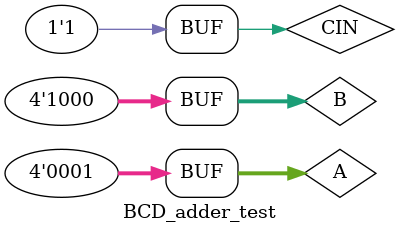
<source format=v>
`timescale 1ns / 1ps


module BCD_adder_test();
reg [3:0] A;
reg [3:0] B;
reg CIN;

wire [3:0] S;
wire COUT;
bcd_adder BCD(COUT,S,A,B,CIN);

initial
begin
#100 A=0001;B=1001;CIN=0;
#100 A=0001;B=1000;CIN=1;
end
endmodule

</source>
